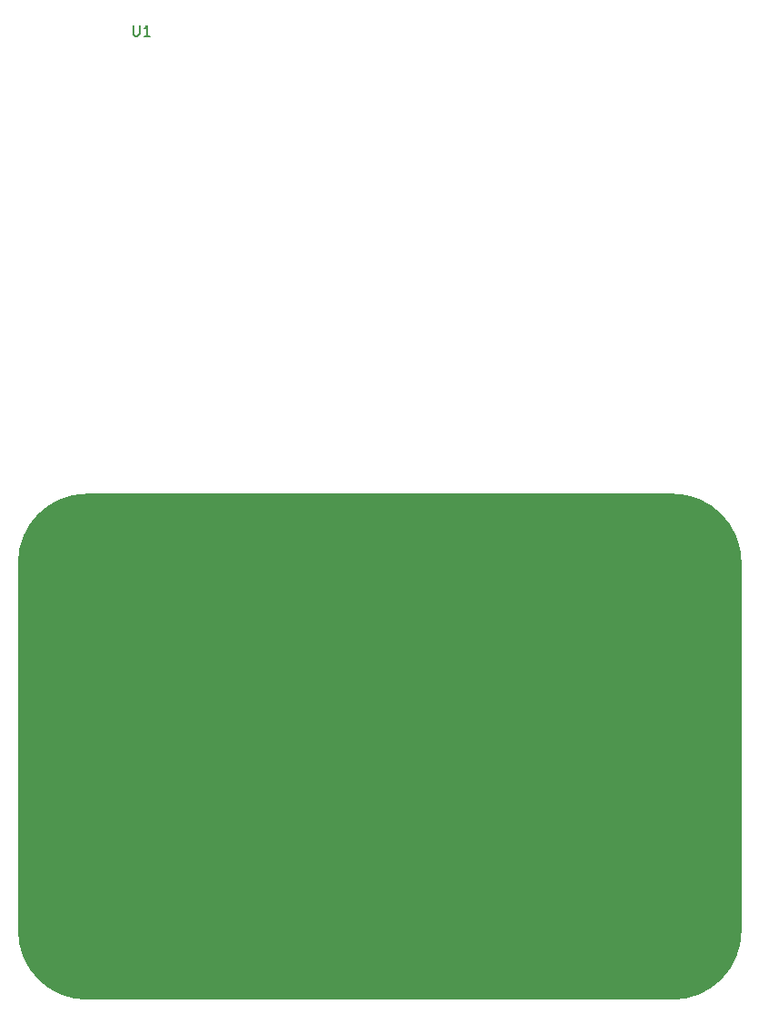
<source format=gto>
%TF.GenerationSoftware,KiCad,Pcbnew,(6.0.5)*%
%TF.CreationDate,2022-10-23T19:39:55-05:00*%
%TF.ProjectId,floppy-console,666c6f70-7079-42d6-936f-6e736f6c652e,rev?*%
%TF.SameCoordinates,Original*%
%TF.FileFunction,Legend,Top*%
%TF.FilePolarity,Positive*%
%FSLAX46Y46*%
G04 Gerber Fmt 4.6, Leading zero omitted, Abs format (unit mm)*
G04 Created by KiCad (PCBNEW (6.0.5)) date 2022-10-23 19:39:55*
%MOMM*%
%LPD*%
G01*
G04 APERTURE LIST*
%ADD10C,0.150000*%
%ADD11C,0.000000*%
G04 APERTURE END LIST*
D10*
X175260000Y-99060000D02*
X175260000Y-133350000D01*
X114300000Y-92710000D02*
G75*
G03*
X107950000Y-99060000I0J-6350000D01*
G01*
X168910000Y-139700000D02*
G75*
G03*
X175260000Y-133350000I0J6350000D01*
G01*
X175260000Y-99060000D02*
G75*
G03*
X168910000Y-92710000I-6350000J0D01*
G01*
X114300000Y-92710000D02*
X168910000Y-92710000D01*
X107950000Y-133350000D02*
X107950000Y-99060000D01*
X114300000Y-139700000D02*
X168910000Y-139700000D01*
X107950000Y-133350000D02*
G75*
G03*
X114300000Y-139700000I6350000J0D01*
G01*
%TO.C,*%
%TO.C,U1*%
X118618095Y-48982380D02*
X118618095Y-49791904D01*
X118665714Y-49887142D01*
X118713333Y-49934761D01*
X118808571Y-49982380D01*
X118999047Y-49982380D01*
X119094285Y-49934761D01*
X119141904Y-49887142D01*
X119189523Y-49791904D01*
X119189523Y-48982380D01*
X120189523Y-49982380D02*
X119618095Y-49982380D01*
X119903809Y-49982380D02*
X119903809Y-48982380D01*
X119808571Y-49125238D01*
X119713333Y-49220476D01*
X119618095Y-49268095D01*
%TO.C,*%
%TD*%
G36*
X168910610Y-92710006D02*
G01*
X169155059Y-92712405D01*
X169163709Y-92712787D01*
X169651716Y-92751195D01*
X169661541Y-92752358D01*
X170144411Y-92828837D01*
X170154114Y-92830767D01*
X170629504Y-92944898D01*
X170639026Y-92947584D01*
X171103979Y-93098656D01*
X171113261Y-93102080D01*
X171564940Y-93289171D01*
X171573925Y-93293313D01*
X172009530Y-93515265D01*
X172018162Y-93520099D01*
X172435016Y-93775547D01*
X172443242Y-93781044D01*
X172838761Y-94068407D01*
X172846530Y-94074532D01*
X173218285Y-94392040D01*
X173225550Y-94398756D01*
X173571244Y-94744450D01*
X173577960Y-94751715D01*
X173895468Y-95123470D01*
X173901593Y-95131239D01*
X174188956Y-95526758D01*
X174194453Y-95534984D01*
X174449901Y-95951838D01*
X174454735Y-95960470D01*
X174676687Y-96396075D01*
X174680829Y-96405060D01*
X174867920Y-96856739D01*
X174871344Y-96866021D01*
X175022416Y-97330974D01*
X175025102Y-97340496D01*
X175139233Y-97815886D01*
X175141163Y-97825589D01*
X175217642Y-98308459D01*
X175218805Y-98318284D01*
X175257213Y-98806291D01*
X175257595Y-98814941D01*
X175259994Y-99059390D01*
X175260000Y-99060626D01*
X175260000Y-133349374D01*
X175259994Y-133350610D01*
X175257595Y-133595059D01*
X175257213Y-133603709D01*
X175218805Y-134091716D01*
X175217642Y-134101541D01*
X175141163Y-134584411D01*
X175139233Y-134594114D01*
X175025102Y-135069504D01*
X175022416Y-135079026D01*
X174871344Y-135543979D01*
X174867920Y-135553261D01*
X174680829Y-136004940D01*
X174676687Y-136013925D01*
X174454735Y-136449530D01*
X174449901Y-136458162D01*
X174194453Y-136875016D01*
X174188956Y-136883242D01*
X173901593Y-137278761D01*
X173895468Y-137286530D01*
X173577960Y-137658285D01*
X173571244Y-137665550D01*
X173225550Y-138011244D01*
X173218285Y-138017960D01*
X172846530Y-138335468D01*
X172838761Y-138341593D01*
X172443242Y-138628956D01*
X172435016Y-138634453D01*
X172018162Y-138889901D01*
X172009530Y-138894735D01*
X171573925Y-139116687D01*
X171564940Y-139120829D01*
X171113261Y-139307920D01*
X171103979Y-139311344D01*
X170639026Y-139462416D01*
X170629504Y-139465102D01*
X170154114Y-139579233D01*
X170144411Y-139581163D01*
X169661541Y-139657642D01*
X169651716Y-139658805D01*
X169163709Y-139697213D01*
X169155059Y-139697595D01*
X168910610Y-139699994D01*
X168909374Y-139700000D01*
X114300626Y-139700000D01*
X114299390Y-139699994D01*
X114054941Y-139697595D01*
X114046291Y-139697213D01*
X113558284Y-139658805D01*
X113548459Y-139657642D01*
X113065589Y-139581163D01*
X113055886Y-139579233D01*
X112580496Y-139465102D01*
X112570974Y-139462416D01*
X112106021Y-139311344D01*
X112096739Y-139307920D01*
X111645060Y-139120829D01*
X111636075Y-139116687D01*
X111200470Y-138894735D01*
X111191838Y-138889901D01*
X110774984Y-138634453D01*
X110766758Y-138628956D01*
X110371239Y-138341593D01*
X110363470Y-138335468D01*
X109991715Y-138017960D01*
X109984450Y-138011244D01*
X109638756Y-137665550D01*
X109632040Y-137658285D01*
X109314532Y-137286530D01*
X109308407Y-137278761D01*
X109021044Y-136883242D01*
X109015547Y-136875016D01*
X108760099Y-136458162D01*
X108755265Y-136449530D01*
X108533313Y-136013925D01*
X108529171Y-136004940D01*
X108342080Y-135553261D01*
X108338656Y-135543979D01*
X108187584Y-135079026D01*
X108184898Y-135069504D01*
X108070767Y-134594114D01*
X108068837Y-134584411D01*
X107992358Y-134101541D01*
X107991195Y-134091716D01*
X107952787Y-133603709D01*
X107952405Y-133595059D01*
X107950006Y-133350610D01*
X107950000Y-133349374D01*
X107950000Y-99060626D01*
X107950006Y-99059390D01*
X107952405Y-98814941D01*
X107952787Y-98806291D01*
X107991195Y-98318284D01*
X107992358Y-98308459D01*
X108068837Y-97825589D01*
X108070767Y-97815886D01*
X108184898Y-97340496D01*
X108187584Y-97330974D01*
X108338656Y-96866021D01*
X108342080Y-96856739D01*
X108529171Y-96405060D01*
X108533313Y-96396075D01*
X108755265Y-95960470D01*
X108760099Y-95951838D01*
X109015547Y-95534984D01*
X109021044Y-95526758D01*
X109308407Y-95131239D01*
X109314532Y-95123470D01*
X109632040Y-94751715D01*
X109638756Y-94744450D01*
X109984450Y-94398756D01*
X109991715Y-94392040D01*
X110363470Y-94074532D01*
X110371239Y-94068407D01*
X110766758Y-93781044D01*
X110774984Y-93775547D01*
X111191838Y-93520099D01*
X111200470Y-93515265D01*
X111636075Y-93293313D01*
X111645060Y-93289171D01*
X112096739Y-93102080D01*
X112106021Y-93098656D01*
X112570974Y-92947584D01*
X112580496Y-92944898D01*
X113055886Y-92830767D01*
X113065589Y-92828837D01*
X113548459Y-92752358D01*
X113558284Y-92751195D01*
X114046291Y-92712787D01*
X114054941Y-92712405D01*
X114299390Y-92710006D01*
X114300626Y-92710000D01*
X168909374Y-92710000D01*
X168910610Y-92710006D01*
G37*
%LPC*%
G36*
X105664000Y-63246000D02*
G01*
X104648000Y-63246000D01*
X104648000Y-67310000D01*
X103632000Y-67310000D01*
X103632000Y-63246000D01*
X102616000Y-63246000D01*
X104140000Y-59690000D01*
X105664000Y-63246000D01*
G37*
X105664000Y-63246000D02*
X104648000Y-63246000D01*
X104648000Y-67310000D01*
X103632000Y-67310000D01*
X103632000Y-63246000D01*
X102616000Y-63246000D01*
X104140000Y-59690000D01*
X105664000Y-63246000D01*
G36*
X151130000Y-50800000D02*
G01*
X124460000Y-50800000D01*
X124460000Y-82550000D01*
X151130000Y-82550000D01*
X151130000Y-50800000D01*
G37*
D11*
G36*
X168910000Y-82550000D02*
G01*
X151130000Y-82550000D01*
X151130000Y-80010000D01*
X162560000Y-80010000D01*
X162560000Y-55880000D01*
X151130000Y-55880000D01*
X151130000Y-50800000D01*
X168910000Y-50800000D01*
X168910000Y-82550000D01*
G37*
M02*

</source>
